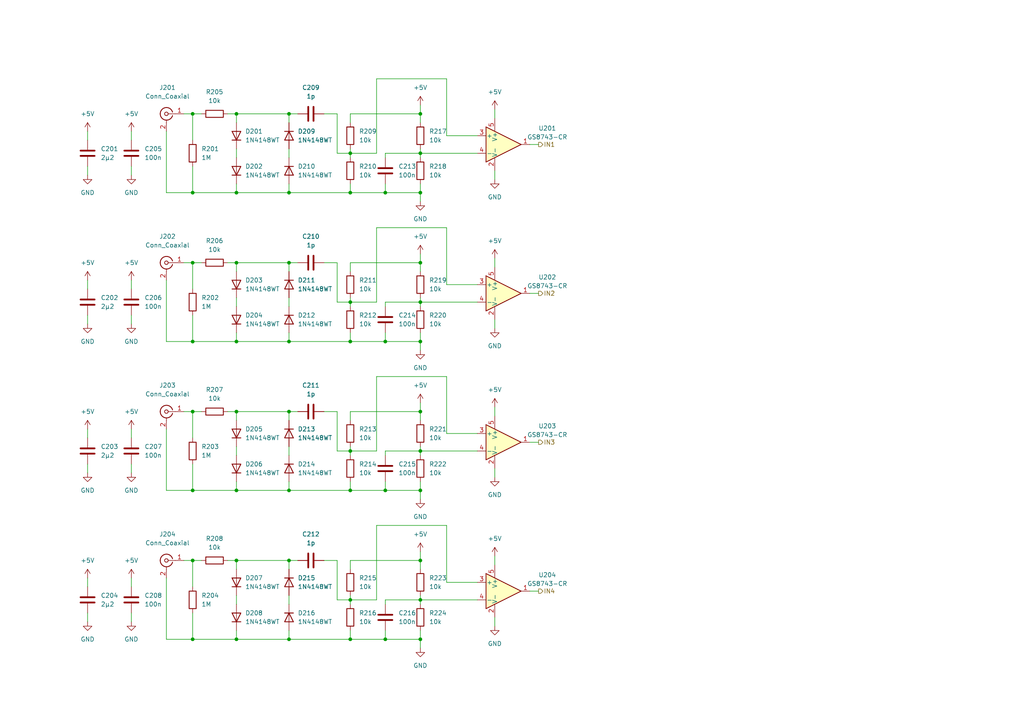
<source format=kicad_sch>
(kicad_sch (version 20211123) (generator eeschema)
  (paper "A4")
  (title_block (title "Cyclone V based Latencybox") (rev "v0.1") (company "Benedikt Spranger") (comment 1 "SPDX-License-Identifier: CERN-OHL-S-2.0") (comment 2 "https://ohwr.org/cern_ohl_s_v2.txt") (comment 3 "To view a copy of this license, visit") (comment 4 "This work is licensed under the CERN-OHL-S v2"))
  (junction (at 121.92 119.38))
  (junction (at 101.6 44.45))
  (junction (at 68.58 185.42))
  (junction (at 101.6 142.24))
  (junction (at 83.82 55.88))
  (junction (at 55.88 119.38))
  (junction (at 121.92 87.63))
  (junction (at 83.82 119.38))
  (junction (at 68.58 55.88))
  (junction (at 101.6 130.81))
  (junction (at 111.76 142.24))
  (junction (at 101.6 87.63))
  (junction (at 68.58 119.38))
  (junction (at 101.6 55.88))
  (junction (at 68.58 142.24))
  (junction (at 83.82 142.24))
  (junction (at 55.88 99.06))
  (junction (at 83.82 76.2))
  (junction (at 101.6 99.06))
  (junction (at 121.92 162.56))
  (junction (at 111.76 185.42))
  (junction (at 111.76 55.88))
  (junction (at 121.92 44.45))
  (junction (at 121.92 76.2))
  (junction (at 121.92 33.02))
  (junction (at 101.6 173.99))
  (junction (at 55.88 142.24))
  (junction (at 55.88 33.02))
  (junction (at 68.58 33.02))
  (junction (at 121.92 185.42))
  (junction (at 68.58 76.2))
  (junction (at 121.92 55.88))
  (junction (at 121.92 173.99))
  (junction (at 68.58 99.06))
  (junction (at 55.88 76.2))
  (junction (at 68.58 162.56))
  (junction (at 111.76 99.06))
  (junction (at 83.82 33.02))
  (junction (at 55.88 162.56))
  (junction (at 55.88 55.88))
  (junction (at 83.82 185.42))
  (junction (at 121.92 99.06))
  (junction (at 55.88 185.42))
  (junction (at 101.6 185.42))
  (junction (at 83.82 99.06))
  (junction (at 83.82 162.56))
  (junction (at 121.92 142.24))
  (junction (at 121.92 130.81))
  (wire (pts (xy 101.6 44.45) (xy 109.22 44.45)))
  (wire (pts (xy 68.58 53.34) (xy 68.58 55.88)))
  (wire (pts (xy 48.26 55.88) (xy 48.26 38.1)))
  (wire (pts (xy 83.82 99.06) (xy 101.6 99.06)))
  (wire (pts (xy 68.58 33.02) (xy 68.58 35.56)))
  (wire (pts (xy 25.4 134.62) (xy 25.4 137.16)))
  (wire (pts (xy 121.92 129.54) (xy 121.92 130.81)))
  (wire (pts (xy 93.98 162.56) (xy 97.79 162.56)))
  (wire (pts (xy 55.88 40.64) (xy 55.88 33.02)))
  (wire (pts (xy 66.04 119.38) (xy 68.58 119.38)))
  (wire (pts (xy 83.82 99.06) (xy 83.82 96.52)))
  (wire (pts (xy 68.58 129.54) (xy 68.58 132.08)))
  (wire (pts (xy 109.22 152.4) (xy 129.54 152.4)))
  (wire (pts (xy 143.51 118.11) (xy 143.51 120.65)))
  (wire (pts (xy 66.04 76.2) (xy 68.58 76.2)))
  (wire (pts (xy 55.88 142.24) (xy 55.88 134.62)))
  (wire (pts (xy 153.67 85.09) (xy 156.21 85.09)))
  (wire (pts (xy 83.82 185.42) (xy 101.6 185.42)))
  (wire (pts (xy 121.92 99.06) (xy 121.92 96.52)))
  (wire (pts (xy 109.22 87.63) (xy 109.22 66.04)))
  (wire (pts (xy 109.22 130.81) (xy 109.22 109.22)))
  (wire (pts (xy 121.92 44.45) (xy 138.43 44.45)))
  (wire (pts (xy 121.92 173.99) (xy 121.92 175.26)))
  (wire (pts (xy 55.88 119.38) (xy 58.42 119.38)))
  (wire (pts (xy 68.58 142.24) (xy 55.88 142.24)))
  (wire (pts (xy 55.88 185.42) (xy 48.26 185.42)))
  (wire (pts (xy 121.92 43.18) (xy 121.92 44.45)))
  (wire (pts (xy 129.54 152.4) (xy 129.54 168.91)))
  (wire (pts (xy 101.6 33.02) (xy 121.92 33.02)))
  (wire (pts (xy 101.6 142.24) (xy 111.76 142.24)))
  (wire (pts (xy 129.54 39.37) (xy 138.43 39.37)))
  (wire (pts (xy 121.92 30.48) (xy 121.92 33.02)))
  (wire (pts (xy 111.76 53.34) (xy 111.76 55.88)))
  (wire (pts (xy 83.82 55.88) (xy 101.6 55.88)))
  (wire (pts (xy 38.1 91.44) (xy 38.1 93.98)))
  (wire (pts (xy 68.58 99.06) (xy 83.82 99.06)))
  (wire (pts (xy 53.34 76.2) (xy 55.88 76.2)))
  (wire (pts (xy 129.54 66.04) (xy 129.54 82.55)))
  (wire (pts (xy 121.92 130.81) (xy 121.92 132.08)))
  (wire (pts (xy 101.6 173.99) (xy 101.6 175.26)))
  (wire (pts (xy 68.58 55.88) (xy 83.82 55.88)))
  (wire (pts (xy 101.6 55.88) (xy 111.76 55.88)))
  (wire (pts (xy 68.58 76.2) (xy 68.58 78.74)))
  (wire (pts (xy 121.92 185.42) (xy 121.92 187.96)))
  (wire (pts (xy 129.54 82.55) (xy 138.43 82.55)))
  (wire (pts (xy 143.51 74.93) (xy 143.51 77.47)))
  (wire (pts (xy 101.6 121.92) (xy 101.6 119.38)))
  (wire (pts (xy 121.92 76.2) (xy 121.92 78.74)))
  (wire (pts (xy 38.1 167.64) (xy 38.1 170.18)))
  (wire (pts (xy 101.6 87.63) (xy 101.6 86.36)))
  (wire (pts (xy 25.4 81.28) (xy 25.4 83.82)))
  (wire (pts (xy 68.58 172.72) (xy 68.58 175.26)))
  (wire (pts (xy 109.22 22.86) (xy 129.54 22.86)))
  (wire (pts (xy 143.51 135.89) (xy 143.51 138.43)))
  (wire (pts (xy 111.76 96.52) (xy 111.76 99.06)))
  (wire (pts (xy 121.92 142.24) (xy 121.92 144.78)))
  (wire (pts (xy 93.98 76.2) (xy 97.79 76.2)))
  (wire (pts (xy 97.79 162.56) (xy 97.79 173.99)))
  (wire (pts (xy 121.92 87.63) (xy 121.92 88.9)))
  (wire (pts (xy 83.82 119.38) (xy 83.82 121.92)))
  (wire (pts (xy 153.67 171.45) (xy 156.21 171.45)))
  (wire (pts (xy 121.92 86.36) (xy 121.92 87.63)))
  (wire (pts (xy 68.58 162.56) (xy 68.58 165.1)))
  (wire (pts (xy 55.88 99.06) (xy 55.88 91.44)))
  (wire (pts (xy 97.79 173.99) (xy 101.6 173.99)))
  (wire (pts (xy 68.58 142.24) (xy 83.82 142.24)))
  (wire (pts (xy 111.76 99.06) (xy 121.92 99.06)))
  (wire (pts (xy 68.58 96.52) (xy 68.58 99.06)))
  (wire (pts (xy 68.58 86.36) (xy 68.58 88.9)))
  (wire (pts (xy 121.92 99.06) (xy 121.92 101.6)))
  (wire (pts (xy 101.6 87.63) (xy 101.6 88.9)))
  (wire (pts (xy 101.6 182.88) (xy 101.6 185.42)))
  (wire (pts (xy 25.4 177.8) (xy 25.4 180.34)))
  (wire (pts (xy 68.58 119.38) (xy 68.58 121.92)))
  (wire (pts (xy 55.88 185.42) (xy 55.88 177.8)))
  (wire (pts (xy 83.82 76.2) (xy 86.36 76.2)))
  (wire (pts (xy 68.58 139.7) (xy 68.58 142.24)))
  (wire (pts (xy 109.22 109.22) (xy 129.54 109.22)))
  (wire (pts (xy 101.6 130.81) (xy 101.6 132.08)))
  (wire (pts (xy 121.92 162.56) (xy 121.92 165.1)))
  (wire (pts (xy 101.6 76.2) (xy 121.92 76.2)))
  (wire (pts (xy 111.76 44.45) (xy 111.76 45.72)))
  (wire (pts (xy 55.88 162.56) (xy 58.42 162.56)))
  (wire (pts (xy 83.82 142.24) (xy 101.6 142.24)))
  (wire (pts (xy 55.88 76.2) (xy 58.42 76.2)))
  (wire (pts (xy 111.76 139.7) (xy 111.76 142.24)))
  (wire (pts (xy 101.6 130.81) (xy 101.6 129.54)))
  (wire (pts (xy 109.22 44.45) (xy 109.22 22.86)))
  (wire (pts (xy 143.51 179.07) (xy 143.51 181.61)))
  (wire (pts (xy 111.76 173.99) (xy 121.92 173.99)))
  (wire (pts (xy 55.88 55.88) (xy 55.88 48.26)))
  (wire (pts (xy 101.6 44.45) (xy 101.6 43.18)))
  (wire (pts (xy 38.1 48.26) (xy 38.1 50.8)))
  (wire (pts (xy 143.51 49.53) (xy 143.51 52.07)))
  (wire (pts (xy 68.58 162.56) (xy 83.82 162.56)))
  (wire (pts (xy 48.26 99.06) (xy 48.26 81.28)))
  (wire (pts (xy 93.98 33.02) (xy 97.79 33.02)))
  (wire (pts (xy 83.82 76.2) (xy 83.82 78.74)))
  (wire (pts (xy 53.34 119.38) (xy 55.88 119.38)))
  (wire (pts (xy 121.92 73.66) (xy 121.92 76.2)))
  (wire (pts (xy 83.82 185.42) (xy 83.82 182.88)))
  (wire (pts (xy 55.88 127) (xy 55.88 119.38)))
  (wire (pts (xy 121.92 172.72) (xy 121.92 173.99)))
  (wire (pts (xy 121.92 87.63) (xy 138.43 87.63)))
  (wire (pts (xy 121.92 55.88) (xy 121.92 53.34)))
  (wire (pts (xy 129.54 109.22) (xy 129.54 125.73)))
  (wire (pts (xy 121.92 185.42) (xy 121.92 182.88)))
  (wire (pts (xy 55.88 33.02) (xy 58.42 33.02)))
  (wire (pts (xy 101.6 35.56) (xy 101.6 33.02)))
  (wire (pts (xy 97.79 76.2) (xy 97.79 87.63)))
  (wire (pts (xy 83.82 119.38) (xy 86.36 119.38)))
  (wire (pts (xy 66.04 162.56) (xy 68.58 162.56)))
  (wire (pts (xy 101.6 99.06) (xy 111.76 99.06)))
  (wire (pts (xy 101.6 119.38) (xy 121.92 119.38)))
  (wire (pts (xy 129.54 168.91) (xy 138.43 168.91)))
  (wire (pts (xy 48.26 142.24) (xy 48.26 124.46)))
  (wire (pts (xy 38.1 134.62) (xy 38.1 137.16)))
  (wire (pts (xy 121.92 116.84) (xy 121.92 119.38)))
  (wire (pts (xy 101.6 139.7) (xy 101.6 142.24)))
  (wire (pts (xy 101.6 87.63) (xy 109.22 87.63)))
  (wire (pts (xy 143.51 92.71) (xy 143.51 95.25)))
  (wire (pts (xy 83.82 43.18) (xy 83.82 45.72)))
  (wire (pts (xy 111.76 182.88) (xy 111.76 185.42)))
  (wire (pts (xy 129.54 22.86) (xy 129.54 39.37)))
  (wire (pts (xy 153.67 41.91) (xy 156.21 41.91)))
  (wire (pts (xy 38.1 38.1) (xy 38.1 40.64)))
  (wire (pts (xy 68.58 119.38) (xy 83.82 119.38)))
  (wire (pts (xy 97.79 119.38) (xy 97.79 130.81)))
  (wire (pts (xy 83.82 129.54) (xy 83.82 132.08)))
  (wire (pts (xy 121.92 55.88) (xy 121.92 58.42)))
  (wire (pts (xy 83.82 86.36) (xy 83.82 88.9)))
  (wire (pts (xy 121.92 160.02) (xy 121.92 162.56)))
  (wire (pts (xy 101.6 173.99) (xy 109.22 173.99)))
  (wire (pts (xy 111.76 185.42) (xy 121.92 185.42)))
  (wire (pts (xy 66.04 33.02) (xy 68.58 33.02)))
  (wire (pts (xy 55.88 83.82) (xy 55.88 76.2)))
  (wire (pts (xy 97.79 33.02) (xy 97.79 44.45)))
  (wire (pts (xy 111.76 87.63) (xy 121.92 87.63)))
  (wire (pts (xy 111.76 55.88) (xy 121.92 55.88)))
  (wire (pts (xy 111.76 173.99) (xy 111.76 175.26)))
  (wire (pts (xy 53.34 33.02) (xy 55.88 33.02)))
  (wire (pts (xy 83.82 162.56) (xy 83.82 165.1)))
  (wire (pts (xy 121.92 44.45) (xy 121.92 45.72)))
  (wire (pts (xy 55.88 142.24) (xy 48.26 142.24)))
  (wire (pts (xy 25.4 124.46) (xy 25.4 127)))
  (wire (pts (xy 48.26 185.42) (xy 48.26 167.64)))
  (wire (pts (xy 111.76 130.81) (xy 121.92 130.81)))
  (wire (pts (xy 129.54 125.73) (xy 138.43 125.73)))
  (wire (pts (xy 101.6 185.42) (xy 111.76 185.42)))
  (wire (pts (xy 25.4 38.1) (xy 25.4 40.64)))
  (wire (pts (xy 25.4 167.64) (xy 25.4 170.18)))
  (wire (pts (xy 25.4 91.44) (xy 25.4 93.98)))
  (wire (pts (xy 55.88 99.06) (xy 48.26 99.06)))
  (wire (pts (xy 121.92 119.38) (xy 121.92 121.92)))
  (wire (pts (xy 25.4 48.26) (xy 25.4 50.8)))
  (wire (pts (xy 38.1 81.28) (xy 38.1 83.82)))
  (wire (pts (xy 121.92 33.02) (xy 121.92 35.56)))
  (wire (pts (xy 111.76 44.45) (xy 121.92 44.45)))
  (wire (pts (xy 83.82 33.02) (xy 86.36 33.02)))
  (wire (pts (xy 111.76 130.81) (xy 111.76 132.08)))
  (wire (pts (xy 153.67 128.27) (xy 156.21 128.27)))
  (wire (pts (xy 38.1 124.46) (xy 38.1 127)))
  (wire (pts (xy 111.76 142.24) (xy 121.92 142.24)))
  (wire (pts (xy 101.6 173.99) (xy 101.6 172.72)))
  (wire (pts (xy 68.58 76.2) (xy 83.82 76.2)))
  (wire (pts (xy 97.79 87.63) (xy 101.6 87.63)))
  (wire (pts (xy 101.6 44.45) (xy 101.6 45.72)))
  (wire (pts (xy 83.82 33.02) (xy 83.82 35.56)))
  (wire (pts (xy 101.6 53.34) (xy 101.6 55.88)))
  (wire (pts (xy 68.58 55.88) (xy 55.88 55.88)))
  (wire (pts (xy 38.1 177.8) (xy 38.1 180.34)))
  (wire (pts (xy 143.51 161.29) (xy 143.51 163.83)))
  (wire (pts (xy 101.6 165.1) (xy 101.6 162.56)))
  (wire (pts (xy 83.82 142.24) (xy 83.82 139.7)))
  (wire (pts (xy 109.22 66.04) (xy 129.54 66.04)))
  (wire (pts (xy 97.79 130.81) (xy 101.6 130.81)))
  (wire (pts (xy 68.58 182.88) (xy 68.58 185.42)))
  (wire (pts (xy 83.82 172.72) (xy 83.82 175.26)))
  (wire (pts (xy 121.92 142.24) (xy 121.92 139.7)))
  (wire (pts (xy 55.88 55.88) (xy 48.26 55.88)))
  (wire (pts (xy 68.58 99.06) (xy 55.88 99.06)))
  (wire (pts (xy 68.58 43.18) (xy 68.58 45.72)))
  (wire (pts (xy 121.92 130.81) (xy 138.43 130.81)))
  (wire (pts (xy 101.6 78.74) (xy 101.6 76.2)))
  (wire (pts (xy 101.6 130.81) (xy 109.22 130.81)))
  (wire (pts (xy 68.58 33.02) (xy 83.82 33.02)))
  (wire (pts (xy 143.51 31.75) (xy 143.51 34.29)))
  (wire (pts (xy 101.6 96.52) (xy 101.6 99.06)))
  (wire (pts (xy 111.76 87.63) (xy 111.76 88.9)))
  (wire (pts (xy 68.58 185.42) (xy 55.88 185.42)))
  (wire (pts (xy 83.82 55.88) (xy 83.82 53.34)))
  (wire (pts (xy 97.79 44.45) (xy 101.6 44.45)))
  (wire (pts (xy 83.82 162.56) (xy 86.36 162.56)))
  (wire (pts (xy 93.98 119.38) (xy 97.79 119.38)))
  (wire (pts (xy 68.58 185.42) (xy 83.82 185.42)))
  (wire (pts (xy 53.34 162.56) (xy 55.88 162.56)))
  (wire (pts (xy 121.92 173.99) (xy 138.43 173.99)))
  (wire (pts (xy 109.22 173.99) (xy 109.22 152.4)))
  (wire (pts (xy 55.88 170.18) (xy 55.88 162.56)))
  (wire (pts (xy 101.6 162.56) (xy 121.92 162.56)))
  (hierarchical_label "IN3" (shape output) (at 156.21 128.27 0))
  (hierarchical_label "IN4" (shape output) (at 156.21 171.45 0))
  (hierarchical_label "IN2" (shape output) (at 156.21 85.09 0))
  (hierarchical_label "IN1" (shape output) (at 156.21 41.91 0))
  (symbol (lib_id "power:GND") (at 143.51 138.43 0) (unit 1)
    (property "Reference" "#PWR0230" (effects hide))
    (property "Value" "GND" (at 143.51 143.51 0))
  )
  (symbol (lib_id "Diode:1N4148WT") (at 83.82 168.91 270) (unit 1)
    (property "Reference" "D215" (at 86.36 167.6399 90) (effects (justify left)))
    (property "Value" "1N4148WT" (at 86.36 170.1799 90) (effects (justify left)))
    (property "Footprint" "Diode_SMD:D_SOD-523" (effects hide))
    (property "Datasheet" "https://www.diodes.com/assets/Datasheets/ds30396.pdf" (effects hide))
    (property "assemble" "y" (effects hide))
    (property "Description" "	100V 150mW +150℃@(Tj) Single 1.25V@150mA 4ns 1μA@75V 150mA SOD-523 Switching Diode ROHS" (effects hide))
    (property "DistribPart#" "C2909971" (effects hide))
    (property "Distributor" "LCSC" (effects hide))
    (property "LCSC" "C2909971" (effects hide))
    (property "ManuPart#" "1N4148WT" (effects hide))
    (property "Manufacture" "YONGYUTAI" (effects hide))
  )
  (symbol (lib_id "Diode:1N4148WT") (at 83.82 125.73 270) (unit 1)
    (property "Reference" "D213" (at 86.36 124.4599 90) (effects (justify left)))
    (property "Value" "1N4148WT" (at 86.36 126.9999 90) (effects (justify left)))
    (property "Footprint" "Diode_SMD:D_SOD-523" (effects hide))
    (property "Datasheet" "https://www.diodes.com/assets/Datasheets/ds30396.pdf" (effects hide))
    (property "assemble" "y" (effects hide))
    (property "Description" "	100V 150mW +150℃@(Tj) Single 1.25V@150mA 4ns 1μA@75V 150mA SOD-523 Switching Diode ROHS" (effects hide))
    (property "DistribPart#" "C2909971" (effects hide))
    (property "Distributor" "LCSC" (effects hide))
    (property "LCSC" "C2909971" (effects hide))
    (property "ManuPart#" "1N4148WT" (effects hide))
    (property "Manufacture" "YONGYUTAI" (effects hide))
  )
  (symbol (lib_id "Connector:Conn_Coaxial") (at 48.26 76.2 0) (mirror y) (unit 1)
    (property "Reference" "J202" (at 48.5774 68.58 0))
    (property "Value" "Conn_Coaxial" (at 48.5774 71.12 0))
    (property "Footprint" "Connector_Coaxial:BNC_TEConnectivity_1478204_Vertical" (effects hide))
    (property "Datasheet" "https://www.te.com/commerce/DocumentDelivery/DDEController?Action=srchrtrv&DocNm=1634503&DocType=Customer+Drawing&DocLang=English" (effects hide))
    (property "assemble" "n" (effects hide))
    (property "Description" "CONN BNC JACK STR 50 OHM PCB" (effects hide))
    (property "DistribPart#" "A97581-ND" (effects hide))
    (property "Distributor" "Digikey" (effects hide))
    (property "ManuPart#" "5-1634503-1" (effects hide))
    (property "Manufacture" "TE Connectivity AMP Connectors" (effects hide))
  )
  (symbol (lib_id "Device:R") (at 101.6 39.37 180) (unit 1)
    (property "Reference" "R209" (at 104.14 38.0999 0) (effects (justify right)))
    (property "Value" "10k" (at 104.14 40.6399 0) (effects (justify right)))
    (property "Footprint" "Resistor_SMD:R_0402_1005Metric" (effects hide))
    (property "assemble" "y" (effects hide))
    (property "Description" "±1% 62.5mW Thick Film Resistors 50V ±100ppm/℃ -55℃~+155℃ 10kΩ 0402 Chip Resistor - Surface Mount ROHS" (effects hide))
    (property "DistribPart#" "C138033" (effects hide))
    (property "Distributor" "LCSC" (effects hide))
    (property "LCSC" "C138033" (effects hide))
    (property "ManuPart#" "RC0402FR-0710KL" (effects hide))
    (property "Manufacture" "YAGEO" (effects hide))
  )
  (symbol (lib_id "Diode:1N4148WT") (at 68.58 92.71 90) (unit 1)
    (property "Reference" "D204" (at 71.12 91.4399 90) (effects (justify right)))
    (property "Value" "1N4148WT" (at 71.12 93.9799 90) (effects (justify right)))
    (property "Footprint" "Diode_SMD:D_SOD-523" (effects hide))
    (property "Datasheet" "https://www.diodes.com/assets/Datasheets/ds30396.pdf" (effects hide))
    (property "assemble" "y" (effects hide))
    (property "Description" "	100V 150mW +150℃@(Tj) Single 1.25V@150mA 4ns 1μA@75V 150mA SOD-523 Switching Diode ROHS" (effects hide))
    (property "DistribPart#" "C2909971" (effects hide))
    (property "Distributor" "LCSC" (effects hide))
    (property "LCSC" "C2909971" (effects hide))
    (property "ManuPart#" "1N4148WT" (effects hide))
    (property "Manufacture" "YONGYUTAI" (effects hide))
  )
  (symbol (lib_id "Device:C") (at 38.1 87.63 180) (unit 1)
    (property "Reference" "C206" (at 41.91 86.3599 0) (effects (justify right)))
    (property "Value" "100n" (at 41.91 88.8999 0) (effects (justify right)))
    (property "Footprint" "Capacitor_SMD:C_0402_1005Metric" (effects hide))
    (property "assemble" "y" (effects hide))
    (property "Description" "50V 100nF Y5V ±20% 0402 Multilayer Ceramic Capacitors MLCC - SMD/SMT ROHS" (effects hide))
    (property "DistribPart#" "C1581" (effects hide))
    (property "Distributor" "LCSC" (effects hide))
    (property "LCSC" "C1581" (effects hide))
    (property "ManuPart#" "0402F104M500NT" (effects hide))
    (property "Manufacture" "FH(Guangdong Fenghua Advanced Tech)" (effects hide))
  )
  (symbol (lib_id "Device:C") (at 25.4 173.99 180) (unit 1)
    (property "Reference" "C204" (at 29.21 172.7199 0) (effects (justify right)))
    (property "Value" "2µ2" (at 29.21 175.2599 0) (effects (justify right)))
    (property "Footprint" "Capacitor_SMD:C_0402_1005Metric" (effects hide))
    (property "assemble" "y" (effects hide))
    (property "Description" "35V 2.2uF X5R ±10% 0402 Multilayer Ceramic Capacitors MLCC - SMD/SMT ROHS" (effects hide))
    (property "DistribPart#" "C342966" (effects hide))
    (property "Distributor" "LCSC" (effects hide))
    (property "LCSC" "C342966" (effects hide))
    (property "ManuPart#" "C1005X5R1V225KT000E" (effects hide))
    (property "Manufacture" "TDK" (effects hide))
  )
  (symbol (lib_id "power:+5V") (at 38.1 81.28 0) (unit 1)
    (property "Reference" "#PWR0211" (effects hide))
    (property "Value" "+5V" (at 38.1 76.2 0))
  )
  (symbol (lib_id "Diode:1N4148WT") (at 83.82 39.37 270) (unit 1)
    (property "Reference" "D209" (at 86.36 38.0999 90) (effects (justify left)))
    (property "Value" "1N4148WT" (at 86.36 40.6399 90) (effects (justify left)))
    (property "Footprint" "Diode_SMD:D_SOD-523" (effects hide))
    (property "Datasheet" "https://www.diodes.com/assets/Datasheets/ds30396.pdf" (effects hide))
    (property "assemble" "y" (effects hide))
    (property "Description" "	100V 150mW +150℃@(Tj) Single 1.25V@150mA 4ns 1μA@75V 150mA SOD-523 Switching Diode ROHS" (effects hide))
    (property "DistribPart#" "C2909971" (effects hide))
    (property "Distributor" "LCSC" (effects hide))
    (property "LCSC" "C2909971" (effects hide))
    (property "ManuPart#" "1N4148WT" (effects hide))
    (property "Manufacture" "YONGYUTAI" (effects hide))
  )
  (symbol (lib_id "Device:C") (at 90.17 76.2 90) (unit 1)
    (property "Reference" "C210" (at 90.17 68.58 90))
    (property "Value" "1p" (at 90.17 71.12 90))
    (property "Footprint" "Capacitor_SMD:C_0402_1005Metric" (effects hide))
    (property "assemble" "y" (effects hide))
    (property "Description" "50V 1pF C0G ±0.25pF 0402 Multilayer Ceramic Capacitors MLCC - SMD/SMT ROHS" (effects hide))
    (property "DistribPart#" "C1550" (effects hide))
    (property "Distributor" "LCSC" (effects hide))
    (property "LCSC" "C1550" (effects hide))
    (property "ManuPart#" "0402CG1R0C500NT" (effects hide))
    (property "Manufacture" "FH(Guangdong Fenghua Advanced Tech)" (effects hide))
  )
  (symbol (lib_id "power:GND") (at 25.4 93.98 0) (unit 1)
    (property "Reference" "#PWR0204" (effects hide))
    (property "Value" "GND" (at 25.4 99.06 0))
  )
  (symbol (lib_id "power:GND") (at 143.51 181.61 0) (unit 1)
    (property "Reference" "#PWR0232" (effects hide))
    (property "Value" "GND" (at 143.51 186.69 0))
  )
  (symbol (lib_id "power:GND") (at 121.92 144.78 0) (unit 1)
    (property "Reference" "#PWR0222" (effects hide))
    (property "Value" "GND" (at 121.92 149.86 0))
  )
  (symbol (lib_id "Diode:1N4148WT") (at 68.58 135.89 90) (unit 1)
    (property "Reference" "D206" (at 71.12 134.6199 90) (effects (justify right)))
    (property "Value" "1N4148WT" (at 71.12 137.1599 90) (effects (justify right)))
    (property "Footprint" "Diode_SMD:D_SOD-523" (effects hide))
    (property "Datasheet" "https://www.diodes.com/assets/Datasheets/ds30396.pdf" (effects hide))
    (property "assemble" "y" (effects hide))
    (property "Description" "	100V 150mW +150℃@(Tj) Single 1.25V@150mA 4ns 1μA@75V 150mA SOD-523 Switching Diode ROHS" (effects hide))
    (property "DistribPart#" "C2909971" (effects hide))
    (property "Distributor" "LCSC" (effects hide))
    (property "LCSC" "C2909971" (effects hide))
    (property "ManuPart#" "1N4148WT" (effects hide))
    (property "Manufacture" "YONGYUTAI" (effects hide))
  )
  (symbol (lib_id "Device:R") (at 101.6 92.71 180) (unit 1)
    (property "Reference" "R212" (at 104.14 91.4399 0) (effects (justify right)))
    (property "Value" "10k" (at 104.14 93.9799 0) (effects (justify right)))
    (property "Footprint" "Resistor_SMD:R_0402_1005Metric" (effects hide))
    (property "assemble" "y" (effects hide))
    (property "Description" "±1% 62.5mW Thick Film Resistors 50V ±100ppm/℃ -55℃~+155℃ 10kΩ 0402 Chip Resistor - Surface Mount ROHS" (effects hide))
    (property "DistribPart#" "C138033" (effects hide))
    (property "Distributor" "LCSC" (effects hide))
    (property "LCSC" "C138033" (effects hide))
    (property "ManuPart#" "RC0402FR-0710KL" (effects hide))
    (property "Manufacture" "YAGEO" (effects hide))
  )
  (symbol (lib_id "Device:R") (at 55.88 130.81 0) (unit 1)
    (property "Reference" "R203" (at 58.42 129.5399 0) (effects (justify left)))
    (property "Value" "1M" (at 58.42 132.0799 0) (effects (justify left)))
    (property "Footprint" "Resistor_SMD:R_0402_1005Metric" (effects hide))
    (property "assemble" "y" (effects hide))
    (property "Description" "±1% 1/16W Thick Film Resistors 50V ±100ppm/℃ -55℃~+155℃ 1MΩ 0402 Chip Resistor - Surface Mount ROHS" (effects hide))
    (property "DistribPart#" "C26083" (effects hide))
    (property "Distributor" "LCSC" (effects hide))
    (property "LCSC" "C26083" (effects hide))
    (property "ManuPart#" "RC0402FR-071ML" (effects hide))
    (property "Manufacture" "YAGEO" (effects hide))
  )
  (symbol (lib_id "Device:R") (at 55.88 44.45 0) (unit 1)
    (property "Reference" "R201" (at 58.42 43.1799 0) (effects (justify left)))
    (property "Value" "1M" (at 58.42 45.7199 0) (effects (justify left)))
    (property "Footprint" "Resistor_SMD:R_0402_1005Metric" (effects hide))
    (property "assemble" "y" (effects hide))
    (property "Description" "±1% 1/16W Thick Film Resistors 50V ±100ppm/℃ -55℃~+155℃ 1MΩ 0402 Chip Resistor - Surface Mount ROHS" (effects hide))
    (property "DistribPart#" "C26083" (effects hide))
    (property "Distributor" "LCSC" (effects hide))
    (property "LCSC" "C26083" (effects hide))
    (property "ManuPart#" "RC0402FR-071ML" (effects hide))
    (property "Manufacture" "YAGEO" (effects hide))
  )
  (symbol (lib_id "Device:C") (at 25.4 130.81 180) (unit 1)
    (property "Reference" "C203" (at 29.21 129.5399 0) (effects (justify right)))
    (property "Value" "2µ2" (at 29.21 132.0799 0) (effects (justify right)))
    (property "Footprint" "Capacitor_SMD:C_0402_1005Metric" (effects hide))
    (property "assemble" "y" (effects hide))
    (property "Description" "35V 2.2uF X5R ±10% 0402 Multilayer Ceramic Capacitors MLCC - SMD/SMT ROHS" (effects hide))
    (property "DistribPart#" "C342966" (effects hide))
    (property "Distributor" "LCSC" (effects hide))
    (property "LCSC" "C342966" (effects hide))
    (property "ManuPart#" "C1005X5R1V225KT000E" (effects hide))
    (property "Manufacture" "TDK" (effects hide))
  )
  (symbol (lib_id "Device:R") (at 62.23 119.38 90) (unit 1)
    (property "Reference" "R207" (at 62.23 113.03 90))
    (property "Value" "10k" (at 62.23 115.57 90))
    (property "Footprint" "Resistor_SMD:R_0402_1005Metric" (effects hide))
    (property "assemble" "y" (effects hide))
    (property "Description" "±1% 62.5mW Thick Film Resistors 50V ±100ppm/℃ -55℃~+155℃ 10kΩ 0402 Chip Resistor - Surface Mount ROHS" (effects hide))
    (property "DistribPart#" "C138033" (effects hide))
    (property "Distributor" "LCSC" (effects hide))
    (property "LCSC" "C138033" (effects hide))
    (property "ManuPart#" "RC0402FR-0710KL" (effects hide))
    (property "Manufacture" "YAGEO" (effects hide))
  )
  (symbol (lib_id "Device:R") (at 121.92 92.71 180) (unit 1)
    (property "Reference" "R220" (at 124.46 91.4399 0) (effects (justify right)))
    (property "Value" "10k" (at 124.46 93.9799 0) (effects (justify right)))
    (property "Footprint" "Resistor_SMD:R_0402_1005Metric" (effects hide))
    (property "assemble" "y" (effects hide))
    (property "Description" "±1% 62.5mW Thick Film Resistors 50V ±100ppm/℃ -55℃~+155℃ 10kΩ 0402 Chip Resistor - Surface Mount ROHS" (effects hide))
    (property "DistribPart#" "C138033" (effects hide))
    (property "Distributor" "LCSC" (effects hide))
    (property "LCSC" "C138033" (effects hide))
    (property "ManuPart#" "RC0402FR-0710KL" (effects hide))
    (property "Manufacture" "YAGEO" (effects hide))
  )
  (symbol (lib_id "Diode:1N4148WT") (at 68.58 168.91 90) (unit 1)
    (property "Reference" "D207" (at 71.12 167.6399 90) (effects (justify right)))
    (property "Value" "1N4148WT" (at 71.12 170.1799 90) (effects (justify right)))
    (property "Footprint" "Diode_SMD:D_SOD-523" (effects hide))
    (property "Datasheet" "https://www.diodes.com/assets/Datasheets/ds30396.pdf" (effects hide))
    (property "assemble" "y" (effects hide))
    (property "Description" "	100V 150mW +150℃@(Tj) Single 1.25V@150mA 4ns 1μA@75V 150mA SOD-523 Switching Diode ROHS" (effects hide))
    (property "DistribPart#" "C2909971" (effects hide))
    (property "Distributor" "LCSC" (effects hide))
    (property "LCSC" "C2909971" (effects hide))
    (property "ManuPart#" "1N4148WT" (effects hide))
    (property "Manufacture" "YONGYUTAI" (effects hide))
  )
  (symbol (lib_id "Device:R") (at 121.92 125.73 180) (unit 1)
    (property "Reference" "R221" (at 124.46 124.4599 0) (effects (justify right)))
    (property "Value" "10k" (at 124.46 126.9999 0) (effects (justify right)))
    (property "Footprint" "Resistor_SMD:R_0402_1005Metric" (effects hide))
    (property "assemble" "y" (effects hide))
    (property "Description" "±1% 62.5mW Thick Film Resistors 50V ±100ppm/℃ -55℃~+155℃ 10kΩ 0402 Chip Resistor - Surface Mount ROHS" (effects hide))
    (property "DistribPart#" "C138033" (effects hide))
    (property "Distributor" "LCSC" (effects hide))
    (property "LCSC" "C138033" (effects hide))
    (property "ManuPart#" "RC0402FR-0710KL" (effects hide))
    (property "Manufacture" "YAGEO" (effects hide))
  )
  (symbol (lib_id "Device:R") (at 121.92 82.55 180) (unit 1)
    (property "Reference" "R219" (at 124.46 81.2799 0) (effects (justify right)))
    (property "Value" "10k" (at 124.46 83.8199 0) (effects (justify right)))
    (property "Footprint" "Resistor_SMD:R_0402_1005Metric" (effects hide))
    (property "assemble" "y" (effects hide))
    (property "Description" "±1% 62.5mW Thick Film Resistors 50V ±100ppm/℃ -55℃~+155℃ 10kΩ 0402 Chip Resistor - Surface Mount ROHS" (effects hide))
    (property "DistribPart#" "C138033" (effects hide))
    (property "Distributor" "LCSC" (effects hide))
    (property "LCSC" "C138033" (effects hide))
    (property "ManuPart#" "RC0402FR-0710KL" (effects hide))
    (property "Manufacture" "YAGEO" (effects hide))
  )
  (symbol (lib_id "Diode:1N4148WT") (at 68.58 82.55 90) (unit 1)
    (property "Reference" "D203" (at 71.12 81.2799 90) (effects (justify right)))
    (property "Value" "1N4148WT" (at 71.12 83.8199 90) (effects (justify right)))
    (property "Footprint" "Diode_SMD:D_SOD-523" (effects hide))
    (property "Datasheet" "https://www.diodes.com/assets/Datasheets/ds30396.pdf" (effects hide))
    (property "assemble" "y" (effects hide))
    (property "Description" "	100V 150mW +150℃@(Tj) Single 1.25V@150mA 4ns 1μA@75V 150mA SOD-523 Switching Diode ROHS" (effects hide))
    (property "DistribPart#" "C2909971" (effects hide))
    (property "Distributor" "LCSC" (effects hide))
    (property "LCSC" "C2909971" (effects hide))
    (property "ManuPart#" "1N4148WT" (effects hide))
    (property "Manufacture" "YONGYUTAI" (effects hide))
  )
  (symbol (lib_id "power:GND") (at 38.1 93.98 0) (unit 1)
    (property "Reference" "#PWR0212" (effects hide))
    (property "Value" "GND" (at 38.1 99.06 0))
  )
  (symbol (lib_id "power:GND") (at 143.51 52.07 0) (unit 1)
    (property "Reference" "#PWR0226" (effects hide))
    (property "Value" "GND" (at 143.51 57.15 0))
  )
  (symbol (lib_id "Device:C") (at 90.17 119.38 90) (unit 1)
    (property "Reference" "C211" (at 90.17 111.76 90))
    (property "Value" "1p" (at 90.17 114.3 90))
    (property "Footprint" "Capacitor_SMD:C_0402_1005Metric" (effects hide))
    (property "assemble" "y" (effects hide))
    (property "Description" "50V 1pF C0G ±0.25pF 0402 Multilayer Ceramic Capacitors MLCC - SMD/SMT ROHS" (effects hide))
    (property "DistribPart#" "C1550" (effects hide))
    (property "Distributor" "LCSC" (effects hide))
    (property "LCSC" "C1550" (effects hide))
    (property "ManuPart#" "0402CG1R0C500NT" (effects hide))
    (property "Manufacture" "FH(Guangdong Fenghua Advanced Tech)" (effects hide))
  )
  (symbol (lib_id "Device:C") (at 90.17 33.02 90) (unit 1)
    (property "Reference" "C209" (at 90.17 25.4 90))
    (property "Value" "1p" (at 90.17 27.94 90))
    (property "Footprint" "Capacitor_SMD:C_0402_1005Metric" (effects hide))
    (property "assemble" "y" (effects hide))
    (property "Description" "50V 1pF C0G ±0.25pF 0402 Multilayer Ceramic Capacitors MLCC - SMD/SMT ROHS" (effects hide))
    (property "DistribPart#" "C1550" (effects hide))
    (property "Distributor" "LCSC" (effects hide))
    (property "LCSC" "C1550" (effects hide))
    (property "ManuPart#" "0402CG1R0C500NT" (effects hide))
    (property "Manufacture" "FH(Guangdong Fenghua Advanced Tech)" (effects hide))
  )
  (symbol (lib_id "Device:R") (at 55.88 87.63 0) (unit 1)
    (property "Reference" "R202" (at 58.42 86.3599 0) (effects (justify left)))
    (property "Value" "1M" (at 58.42 88.8999 0) (effects (justify left)))
    (property "Footprint" "Resistor_SMD:R_0402_1005Metric" (effects hide))
    (property "assemble" "y" (effects hide))
    (property "Description" "±1% 1/16W Thick Film Resistors 50V ±100ppm/℃ -55℃~+155℃ 1MΩ 0402 Chip Resistor - Surface Mount ROHS" (effects hide))
    (property "DistribPart#" "C26083" (effects hide))
    (property "Distributor" "LCSC" (effects hide))
    (property "LCSC" "C26083" (effects hide))
    (property "ManuPart#" "RC0402FR-071ML" (effects hide))
    (property "Manufacture" "YAGEO" (effects hide))
  )
  (symbol (lib_id "Device:C") (at 38.1 44.45 180) (unit 1)
    (property "Reference" "C205" (at 41.91 43.1799 0) (effects (justify right)))
    (property "Value" "100n" (at 41.91 45.7199 0) (effects (justify right)))
    (property "Footprint" "Capacitor_SMD:C_0402_1005Metric" (effects hide))
    (property "assemble" "y" (effects hide))
    (property "Description" "50V 100nF Y5V ±20% 0402 Multilayer Ceramic Capacitors MLCC - SMD/SMT ROHS" (effects hide))
    (property "DistribPart#" "C1581" (effects hide))
    (property "Distributor" "LCSC" (effects hide))
    (property "LCSC" "C1581" (effects hide))
    (property "ManuPart#" "0402F104M500NT" (effects hide))
    (property "Manufacture" "FH(Guangdong Fenghua Advanced Tech)" (effects hide))
  )
  (symbol (lib_id "Diode:1N4148WT") (at 68.58 49.53 90) (unit 1)
    (property "Reference" "D202" (at 71.12 48.2599 90) (effects (justify right)))
    (property "Value" "1N4148WT" (at 71.12 50.7999 90) (effects (justify right)))
    (property "Footprint" "Diode_SMD:D_SOD-523" (effects hide))
    (property "Datasheet" "https://www.diodes.com/assets/Datasheets/ds30396.pdf" (effects hide))
    (property "assemble" "y" (effects hide))
    (property "Description" "	100V 150mW +150℃@(Tj) Single 1.25V@150mA 4ns 1μA@75V 150mA SOD-523 Switching Diode ROHS" (effects hide))
    (property "DistribPart#" "C2909971" (effects hide))
    (property "Distributor" "LCSC" (effects hide))
    (property "LCSC" "C2909971" (effects hide))
    (property "ManuPart#" "1N4148WT" (effects hide))
    (property "Manufacture" "YONGYUTAI" (effects hide))
  )
  (symbol (lib_id "Device:C") (at 111.76 135.89 180) (unit 1)
    (property "Reference" "C215" (at 115.57 134.6199 0) (effects (justify right)))
    (property "Value" "100n" (at 115.57 137.1599 0) (effects (justify right)))
    (property "Footprint" "Capacitor_SMD:C_0402_1005Metric" (effects hide))
    (property "assemble" "y" (effects hide))
    (property "Description" "50V 100nF Y5V ±20% 0402 Multilayer Ceramic Capacitors MLCC - SMD/SMT ROHS" (effects hide))
    (property "DistribPart#" "C1581" (effects hide))
    (property "Distributor" "LCSC" (effects hide))
    (property "LCSC" "C1581" (effects hide))
    (property "ManuPart#" "0402F104M500NT" (effects hide))
    (property "Manufacture" "FH(Guangdong Fenghua Advanced Tech)" (effects hide))
  )
  (symbol (lib_id "Device:R") (at 101.6 49.53 180) (unit 1)
    (property "Reference" "R210" (at 104.14 48.2599 0) (effects (justify right)))
    (property "Value" "10k" (at 104.14 50.7999 0) (effects (justify right)))
    (property "Footprint" "Resistor_SMD:R_0402_1005Metric" (effects hide))
    (property "assemble" "y" (effects hide))
    (property "Description" "±1% 62.5mW Thick Film Resistors 50V ±100ppm/℃ -55℃~+155℃ 10kΩ 0402 Chip Resistor - Surface Mount ROHS" (effects hide))
    (property "DistribPart#" "C138033" (effects hide))
    (property "Distributor" "LCSC" (effects hide))
    (property "LCSC" "C138033" (effects hide))
    (property "ManuPart#" "RC0402FR-0710KL" (effects hide))
    (property "Manufacture" "YAGEO" (effects hide))
  )
  (symbol (lib_id "power:+5V") (at 121.92 73.66 0) (unit 1)
    (property "Reference" "#PWR0219" (effects hide))
    (property "Value" "+5V" (at 121.92 68.58 0))
  )
  (symbol (lib_id "Diode:1N4148WT") (at 68.58 125.73 90) (unit 1)
    (property "Reference" "D205" (at 71.12 124.4599 90) (effects (justify right)))
    (property "Value" "1N4148WT" (at 71.12 126.9999 90) (effects (justify right)))
    (property "Footprint" "Diode_SMD:D_SOD-523" (effects hide))
    (property "Datasheet" "https://www.diodes.com/assets/Datasheets/ds30396.pdf" (effects hide))
    (property "assemble" "y" (effects hide))
    (property "Description" "	100V 150mW +150℃@(Tj) Single 1.25V@150mA 4ns 1μA@75V 150mA SOD-523 Switching Diode ROHS" (effects hide))
    (property "DistribPart#" "C2909971" (effects hide))
    (property "Distributor" "LCSC" (effects hide))
    (property "LCSC" "C2909971" (effects hide))
    (property "ManuPart#" "1N4148WT" (effects hide))
    (property "Manufacture" "YONGYUTAI" (effects hide))
  )
  (symbol (lib_id "Device:C") (at 38.1 130.81 180) (unit 1)
    (property "Reference" "C207" (at 41.91 129.5399 0) (effects (justify right)))
    (property "Value" "100n" (at 41.91 132.0799 0) (effects (justify right)))
    (property "Footprint" "Capacitor_SMD:C_0402_1005Metric" (effects hide))
    (property "assemble" "y" (effects hide))
    (property "Description" "50V 100nF Y5V ±20% 0402 Multilayer Ceramic Capacitors MLCC - SMD/SMT ROHS" (effects hide))
    (property "DistribPart#" "C1581" (effects hide))
    (property "Distributor" "LCSC" (effects hide))
    (property "LCSC" "C1581" (effects hide))
    (property "ManuPart#" "0402F104M500NT" (effects hide))
    (property "Manufacture" "FH(Guangdong Fenghua Advanced Tech)" (effects hide))
  )
  (symbol (lib_id "Device:R") (at 101.6 135.89 180) (unit 1)
    (property "Reference" "R214" (at 104.14 134.6199 0) (effects (justify right)))
    (property "Value" "10k" (at 104.14 137.1599 0) (effects (justify right)))
    (property "Footprint" "Resistor_SMD:R_0402_1005Metric" (effects hide))
    (property "assemble" "y" (effects hide))
    (property "Description" "±1% 62.5mW Thick Film Resistors 50V ±100ppm/℃ -55℃~+155℃ 10kΩ 0402 Chip Resistor - Surface Mount ROHS" (effects hide))
    (property "DistribPart#" "C138033" (effects hide))
    (property "Distributor" "LCSC" (effects hide))
    (property "LCSC" "C138033" (effects hide))
    (property "ManuPart#" "RC0402FR-0710KL" (effects hide))
    (property "Manufacture" "YAGEO" (effects hide))
  )
  (symbol (lib_id "power:GND") (at 38.1 137.16 0) (unit 1)
    (property "Reference" "#PWR0214" (effects hide))
    (property "Value" "GND" (at 38.1 142.24 0))
  )
  (symbol (lib_id "Device:R") (at 101.6 82.55 180) (unit 1)
    (property "Reference" "R211" (at 104.14 81.2799 0) (effects (justify right)))
    (property "Value" "10k" (at 104.14 83.8199 0) (effects (justify right)))
    (property "Footprint" "Resistor_SMD:R_0402_1005Metric" (effects hide))
    (property "assemble" "y" (effects hide))
    (property "Description" "±1% 62.5mW Thick Film Resistors 50V ±100ppm/℃ -55℃~+155℃ 10kΩ 0402 Chip Resistor - Surface Mount ROHS" (effects hide))
    (property "DistribPart#" "C138033" (effects hide))
    (property "Distributor" "LCSC" (effects hide))
    (property "LCSC" "C138033" (effects hide))
    (property "ManuPart#" "RC0402FR-0710KL" (effects hide))
    (property "Manufacture" "YAGEO" (effects hide))
  )
  (symbol (lib_id "Device:R") (at 101.6 168.91 180) (unit 1)
    (property "Reference" "R215" (at 104.14 167.6399 0) (effects (justify right)))
    (property "Value" "10k" (at 104.14 170.1799 0) (effects (justify right)))
    (property "Footprint" "Resistor_SMD:R_0402_1005Metric" (effects hide))
    (property "assemble" "y" (effects hide))
    (property "Description" "±1% 62.5mW Thick Film Resistors 50V ±100ppm/℃ -55℃~+155℃ 10kΩ 0402 Chip Resistor - Surface Mount ROHS" (effects hide))
    (property "DistribPart#" "C138033" (effects hide))
    (property "Distributor" "LCSC" (effects hide))
    (property "LCSC" "C138033" (effects hide))
    (property "ManuPart#" "RC0402FR-0710KL" (effects hide))
    (property "Manufacture" "YAGEO" (effects hide))
  )
  (symbol (lib_id "Device:C") (at 25.4 44.45 180) (unit 1)
    (property "Reference" "C201" (at 29.21 43.1799 0) (effects (justify right)))
    (property "Value" "2µ2" (at 29.21 45.7199 0) (effects (justify right)))
    (property "Footprint" "Capacitor_SMD:C_0402_1005Metric" (effects hide))
    (property "assemble" "y" (effects hide))
    (property "Description" "35V 2.2uF X5R ±10% 0402 Multilayer Ceramic Capacitors MLCC - SMD/SMT ROHS" (effects hide))
    (property "DistribPart#" "C342966" (effects hide))
    (property "Distributor" "LCSC" (effects hide))
    (property "LCSC" "C342966" (effects hide))
    (property "ManuPart#" "C1005X5R1V225KT000E" (effects hide))
    (property "Manufacture" "TDK" (effects hide))
  )
  (symbol (lib_id "Device:R") (at 121.92 168.91 180) (unit 1)
    (property "Reference" "R223" (at 124.46 167.6399 0) (effects (justify right)))
    (property "Value" "10k" (at 124.46 170.1799 0) (effects (justify right)))
    (property "Footprint" "Resistor_SMD:R_0402_1005Metric" (effects hide))
    (property "assemble" "y" (effects hide))
    (property "Description" "±1% 62.5mW Thick Film Resistors 50V ±100ppm/℃ -55℃~+155℃ 10kΩ 0402 Chip Resistor - Surface Mount ROHS" (effects hide))
    (property "DistribPart#" "C138033" (effects hide))
    (property "Distributor" "LCSC" (effects hide))
    (property "LCSC" "C138033" (effects hide))
    (property "ManuPart#" "RC0402FR-0710KL" (effects hide))
    (property "Manufacture" "YAGEO" (effects hide))
  )
  (symbol (lib_id "power:+5V") (at 143.51 31.75 0) (unit 1)
    (property "Reference" "#PWR0225" (effects hide))
    (property "Value" "+5V" (at 143.51 26.67 0))
  )
  (symbol (lib_id "Device:R") (at 55.88 173.99 0) (unit 1)
    (property "Reference" "R204" (at 58.42 172.7199 0) (effects (justify left)))
    (property "Value" "1M" (at 58.42 175.2599 0) (effects (justify left)))
    (property "Footprint" "Resistor_SMD:R_0402_1005Metric" (effects hide))
    (property "assemble" "y" (effects hide))
    (property "Description" "±1% 1/16W Thick Film Resistors 50V ±100ppm/℃ -55℃~+155℃ 1MΩ 0402 Chip Resistor - Surface Mount ROHS" (effects hide))
    (property "DistribPart#" "C26083" (effects hide))
    (property "Distributor" "LCSC" (effects hide))
    (property "LCSC" "C26083" (effects hide))
    (property "ManuPart#" "RC0402FR-071ML" (effects hide))
    (property "Manufacture" "YAGEO" (effects hide))
  )
  (symbol (lib_id "power:+5V") (at 143.51 74.93 0) (unit 1)
    (property "Reference" "#PWR0227" (effects hide))
    (property "Value" "+5V" (at 143.51 69.85 0))
  )
  (symbol (lib_id "power:+5V") (at 25.4 38.1 0) (unit 1)
    (property "Reference" "#PWR0201" (effects hide))
    (property "Value" "+5V" (at 25.4 33.02 0))
  )
  (symbol (lib_id "power:GND") (at 121.92 187.96 0) (unit 1)
    (property "Reference" "#PWR0224" (effects hide))
    (property "Value" "GND" (at 121.92 193.04 0))
  )
  (symbol (lib_id "Device:C") (at 111.76 92.71 180) (unit 1)
    (property "Reference" "C214" (at 115.57 91.4399 0) (effects (justify right)))
    (property "Value" "100n" (at 115.57 93.9799 0) (effects (justify right)))
    (property "Footprint" "Capacitor_SMD:C_0402_1005Metric" (effects hide))
    (property "assemble" "y" (effects hide))
    (property "Description" "50V 100nF Y5V ±20% 0402 Multilayer Ceramic Capacitors MLCC - SMD/SMT ROHS" (effects hide))
    (property "DistribPart#" "C1581" (effects hide))
    (property "Distributor" "LCSC" (effects hide))
    (property "LCSC" "C1581" (effects hide))
    (property "ManuPart#" "0402F104M500NT" (effects hide))
    (property "Manufacture" "FH(Guangdong Fenghua Advanced Tech)" (effects hide))
  )
  (symbol (lib_id "Device:R") (at 121.92 39.37 180) (unit 1)
    (property "Reference" "R217" (at 124.46 38.0999 0) (effects (justify right)))
    (property "Value" "10k" (at 124.46 40.6399 0) (effects (justify right)))
    (property "Footprint" "Resistor_SMD:R_0402_1005Metric" (effects hide))
    (property "assemble" "y" (effects hide))
    (property "Description" "±1% 62.5mW Thick Film Resistors 50V ±100ppm/℃ -55℃~+155℃ 10kΩ 0402 Chip Resistor - Surface Mount ROHS" (effects hide))
    (property "DistribPart#" "C138033" (effects hide))
    (property "Distributor" "LCSC" (effects hide))
    (property "LCSC" "C138033" (effects hide))
    (property "ManuPart#" "RC0402FR-0710KL" (effects hide))
    (property "Manufacture" "YAGEO" (effects hide))
  )
  (symbol (lib_id "Device:R") (at 62.23 76.2 90) (unit 1)
    (property "Reference" "R206" (at 62.23 69.85 90))
    (property "Value" "10k" (at 62.23 72.39 90))
    (property "Footprint" "Resistor_SMD:R_0402_1005Metric" (effects hide))
    (property "assemble" "y" (effects hide))
    (property "Description" "±1% 62.5mW Thick Film Resistors 50V ±100ppm/℃ -55℃~+155℃ 10kΩ 0402 Chip Resistor - Surface Mount ROHS" (effects hide))
    (property "DistribPart#" "C138033" (effects hide))
    (property "Distributor" "LCSC" (effects hide))
    (property "LCSC" "C138033" (effects hide))
    (property "ManuPart#" "RC0402FR-0710KL" (effects hide))
    (property "Manufacture" "YAGEO" (effects hide))
  )
  (symbol (lib_id "power:GND") (at 25.4 50.8 0) (unit 1)
    (property "Reference" "#PWR0202" (effects hide))
    (property "Value" "GND" (at 25.4 55.88 0))
  )
  (symbol (lib_id "Diode:1N4148WT") (at 83.82 135.89 270) (unit 1)
    (property "Reference" "D214" (at 86.36 134.6199 90) (effects (justify left)))
    (property "Value" "1N4148WT" (at 86.36 137.1599 90) (effects (justify left)))
    (property "Footprint" "Diode_SMD:D_SOD-523" (effects hide))
    (property "Datasheet" "https://www.diodes.com/assets/Datasheets/ds30396.pdf" (effects hide))
    (property "assemble" "y" (effects hide))
    (property "Description" "	100V 150mW +150℃@(Tj) Single 1.25V@150mA 4ns 1μA@75V 150mA SOD-523 Switching Diode ROHS" (effects hide))
    (property "DistribPart#" "C2909971" (effects hide))
    (property "Distributor" "LCSC" (effects hide))
    (property "LCSC" "C2909971" (effects hide))
    (property "ManuPart#" "1N4148WT" (effects hide))
    (property "Manufacture" "YONGYUTAI" (effects hide))
  )
  (symbol (lib_id "power:GND") (at 143.51 95.25 0) (unit 1)
    (property "Reference" "#PWR0228" (effects hide))
    (property "Value" "GND" (at 143.51 100.33 0))
  )
  (symbol (lib_id "Device:R") (at 101.6 179.07 180) (unit 1)
    (property "Reference" "R216" (at 104.14 177.7999 0) (effects (justify right)))
    (property "Value" "10k" (at 104.14 180.3399 0) (effects (justify right)))
    (property "Footprint" "Resistor_SMD:R_0402_1005Metric" (effects hide))
    (property "assemble" "y" (effects hide))
    (property "Description" "±1% 62.5mW Thick Film Resistors 50V ±100ppm/℃ -55℃~+155℃ 10kΩ 0402 Chip Resistor - Surface Mount ROHS" (effects hide))
    (property "DistribPart#" "C138033" (effects hide))
    (property "Distributor" "LCSC" (effects hide))
    (property "LCSC" "C138033" (effects hide))
    (property "ManuPart#" "RC0402FR-0710KL" (effects hide))
    (property "Manufacture" "YAGEO" (effects hide))
  )
  (symbol (lib_id "power:+5V") (at 25.4 167.64 0) (unit 1)
    (property "Reference" "#PWR0207" (effects hide))
    (property "Value" "+5V" (at 25.4 162.56 0))
  )
  (symbol (lib_id "power:+5V") (at 143.51 161.29 0) (unit 1)
    (property "Reference" "#PWR0231" (effects hide))
    (property "Value" "+5V" (at 143.51 156.21 0))
  )
  (symbol (lib_id "power:GND") (at 38.1 180.34 0) (unit 1)
    (property "Reference" "#PWR0216" (effects hide))
    (property "Value" "GND" (at 38.1 185.42 0))
  )
  (symbol (lib_id "Diode:1N4148WT") (at 68.58 179.07 90) (unit 1)
    (property "Reference" "D208" (at 71.12 177.7999 90) (effects (justify right)))
    (property "Value" "1N4148WT" (at 71.12 180.3399 90) (effects (justify right)))
    (property "Footprint" "Diode_SMD:D_SOD-523" (effects hide))
    (property "Datasheet" "https://www.diodes.com/assets/Datasheets/ds30396.pdf" (effects hide))
    (property "assemble" "y" (effects hide))
    (property "Description" "	100V 150mW +150℃@(Tj) Single 1.25V@150mA 4ns 1μA@75V 150mA SOD-523 Switching Diode ROHS" (effects hide))
    (property "DistribPart#" "C2909971" (effects hide))
    (property "Distributor" "LCSC" (effects hide))
    (property "LCSC" "C2909971" (effects hide))
    (property "ManuPart#" "1N4148WT" (effects hide))
    (property "Manufacture" "YONGYUTAI" (effects hide))
  )
  (symbol (lib_id "power:+5V") (at 143.51 118.11 0) (unit 1)
    (property "Reference" "#PWR0229" (effects hide))
    (property "Value" "+5V" (at 143.51 113.03 0))
  )
  (symbol (lib_id "tlv360x:TLV3601DCKR") (at 143.51 128.27 0) (unit 1)
    (property "Reference" "U203" (at 158.75 123.571 0))
    (property "Value" "GS8743-CR" (at 158.75 126.111 0))
    (property "Footprint" "Package_TO_SOT_SMD:SOT-353_SC-70-5" (effects hide))
    (property "Datasheet" "http://www.ti.com/lit/ds/symlink/tlv3601.pdf" (effects hide))
    (property "assemble" "y" (effects hide))
    (property "ManuPart#" "GS8743-CR" (effects hide))
    (property "Manufacture" "Gainsil" (effects hide))
    (property "Description" "SC-70-5 Comparators ROHS" (effects hide))
    (property "DistribPart#" "C2927685" (effects hide))
    (property "Distributor" "LCSC" (effects hide))
    (property "LCSC" "C2927685" (effects hide))
  )
  (symbol (lib_id "Device:C") (at 38.1 173.99 180) (unit 1)
    (property "Reference" "C208" (at 41.91 172.7199 0) (effects (justify right)))
    (property "Value" "100n" (at 41.91 175.2599 0) (effects (justify right)))
    (property "Footprint" "Capacitor_SMD:C_0402_1005Metric" (effects hide))
    (property "assemble" "y" (effects hide))
    (property "Description" "50V 100nF Y5V ±20% 0402 Multilayer Ceramic Capacitors MLCC - SMD/SMT ROHS" (effects hide))
    (property "DistribPart#" "C1581" (effects hide))
    (property "Distributor" "LCSC" (effects hide))
    (property "LCSC" "C1581" (effects hide))
    (property "ManuPart#" "0402F104M500NT" (effects hide))
    (property "Manufacture" "FH(Guangdong Fenghua Advanced Tech)" (effects hide))
  )
  (symbol (lib_id "power:GND") (at 121.92 101.6 0) (unit 1)
    (property "Reference" "#PWR0220" (effects hide))
    (property "Value" "GND" (at 121.92 106.68 0))
  )
  (symbol (lib_id "tlv360x:TLV3601DCKR") (at 143.51 85.09 0) (unit 1)
    (property "Reference" "U202" (at 158.75 80.391 0))
    (property "Value" "GS8743-CR" (at 158.75 82.931 0))
    (property "Footprint" "Package_TO_SOT_SMD:SOT-353_SC-70-5" (effects hide))
    (property "Datasheet" "http://www.ti.com/lit/ds/symlink/tlv3601.pdf" (effects hide))
    (property "assemble" "y" (effects hide))
    (property "ManuPart#" "GS8743-CR" (effects hide))
    (property "Manufacture" "Gainsil" (effects hide))
    (property "Description" "SC-70-5 Comparators ROHS" (effects hide))
    (property "DistribPart#" "C2927685" (effects hide))
    (property "Distributor" "LCSC" (effects hide))
    (property "LCSC" "C2927685" (effects hide))
  )
  (symbol (lib_id "Device:C") (at 25.4 87.63 180) (unit 1)
    (property "Reference" "C202" (at 29.21 86.3599 0) (effects (justify right)))
    (property "Value" "2µ2" (at 29.21 88.8999 0) (effects (justify right)))
    (property "Footprint" "Capacitor_SMD:C_0402_1005Metric" (effects hide))
    (property "assemble" "y" (effects hide))
    (property "Description" "35V 2.2uF X5R ±10% 0402 Multilayer Ceramic Capacitors MLCC - SMD/SMT ROHS" (effects hide))
    (property "DistribPart#" "C342966" (effects hide))
    (property "Distributor" "LCSC" (effects hide))
    (property "LCSC" "C342966" (effects hide))
    (property "ManuPart#" "C1005X5R1V225KT000E" (effects hide))
    (property "Manufacture" "TDK" (effects hide))
  )
  (symbol (lib_id "Device:C") (at 90.17 162.56 90) (unit 1)
    (property "Reference" "C212" (at 90.17 154.94 90))
    (property "Value" "1p" (at 90.17 157.48 90))
    (property "Footprint" "Capacitor_SMD:C_0402_1005Metric" (effects hide))
    (property "assemble" "y" (effects hide))
    (property "Description" "50V 1pF C0G ±0.25pF 0402 Multilayer Ceramic Capacitors MLCC - SMD/SMT ROHS" (effects hide))
    (property "DistribPart#" "C1550" (effects hide))
    (property "Distributor" "LCSC" (effects hide))
    (property "LCSC" "C1550" (effects hide))
    (property "ManuPart#" "0402CG1R0C500NT" (effects hide))
    (property "Manufacture" "FH(Guangdong Fenghua Advanced Tech)" (effects hide))
  )
  (symbol (lib_id "power:GND") (at 38.1 50.8 0) (unit 1)
    (property "Reference" "#PWR0210" (effects hide))
    (property "Value" "GND" (at 38.1 55.88 0))
  )
  (symbol (lib_id "power:GND") (at 121.92 58.42 0) (unit 1)
    (property "Reference" "#PWR0218" (effects hide))
    (property "Value" "GND" (at 121.92 63.5 0))
  )
  (symbol (lib_id "tlv360x:TLV3601DCKR") (at 143.51 41.91 0) (unit 1)
    (property "Reference" "U201" (at 158.75 37.211 0))
    (property "Value" "GS8743-CR" (at 158.75 39.751 0))
    (property "Footprint" "Package_TO_SOT_SMD:SOT-353_SC-70-5" (effects hide))
    (property "Datasheet" "http://www.ti.com/lit/ds/symlink/tlv3601.pdf" (effects hide))
    (property "assemble" "y" (effects hide))
    (property "ManuPart#" "GS8743-CR" (effects hide))
    (property "Manufacture" "Gainsil" (effects hide))
    (property "Description" "SC-70-5 Comparators ROHS" (effects hide))
    (property "DistribPart#" "C2927685" (effects hide))
    (property "Distributor" "LCSC" (effects hide))
    (property "LCSC" "C2927685" (effects hide))
  )
  (symbol (lib_id "Device:C") (at 111.76 49.53 180) (unit 1)
    (property "Reference" "C213" (at 115.57 48.2599 0) (effects (justify right)))
    (property "Value" "100n" (at 115.57 50.7999 0) (effects (justify right)))
    (property "Footprint" "Capacitor_SMD:C_0402_1005Metric" (effects hide))
    (property "assemble" "y" (effects hide))
    (property "Description" "50V 100nF Y5V ±20% 0402 Multilayer Ceramic Capacitors MLCC - SMD/SMT ROHS" (effects hide))
    (property "DistribPart#" "C1581" (effects hide))
    (property "Distributor" "LCSC" (effects hide))
    (property "LCSC" "C1581" (effects hide))
    (property "ManuPart#" "0402F104M500NT" (effects hide))
    (property "Manufacture" "FH(Guangdong Fenghua Advanced Tech)" (effects hide))
  )
  (symbol (lib_id "Connector:Conn_Coaxial") (at 48.26 33.02 0) (mirror y) (unit 1)
    (property "Reference" "J201" (at 48.5774 25.4 0))
    (property "Value" "Conn_Coaxial" (at 48.5774 27.94 0))
    (property "Footprint" "Connector_Coaxial:BNC_TEConnectivity_1478204_Vertical" (effects hide))
    (property "Datasheet" "https://www.te.com/commerce/DocumentDelivery/DDEController?Action=srchrtrv&DocNm=1634503&DocType=Customer+Drawing&DocLang=English" (effects hide))
    (property "assemble" "n" (effects hide))
    (property "Description" "CONN BNC JACK STR 50 OHM PCB" (effects hide))
    (property "DistribPart#" "A97581-ND" (effects hide))
    (property "Distributor" "Digikey" (effects hide))
    (property "ManuPart#" "5-1634503-1" (effects hide))
    (property "Manufacture" "TE Connectivity AMP Connectors" (effects hide))
  )
  (symbol (lib_id "power:+5V") (at 121.92 160.02 0) (unit 1)
    (property "Reference" "#PWR0223" (effects hide))
    (property "Value" "+5V" (at 121.92 154.94 0))
  )
  (symbol (lib_id "Device:R") (at 62.23 33.02 90) (unit 1)
    (property "Reference" "R205" (at 62.23 26.67 90))
    (property "Value" "10k" (at 62.23 29.21 90))
    (property "Footprint" "Resistor_SMD:R_0402_1005Metric" (effects hide))
    (property "assemble" "y" (effects hide))
    (property "Description" "±1% 62.5mW Thick Film Resistors 50V ±100ppm/℃ -55℃~+155℃ 10kΩ 0402 Chip Resistor - Surface Mount ROHS" (effects hide))
    (property "DistribPart#" "C138033" (effects hide))
    (property "Distributor" "LCSC" (effects hide))
    (property "LCSC" "C138033" (effects hide))
    (property "ManuPart#" "RC0402FR-0710KL" (effects hide))
    (property "Manufacture" "YAGEO" (effects hide))
  )
  (symbol (lib_id "Connector:Conn_Coaxial") (at 48.26 119.38 0) (mirror y) (unit 1)
    (property "Reference" "J203" (at 48.5774 111.76 0))
    (property "Value" "Conn_Coaxial" (at 48.5774 114.3 0))
    (property "Footprint" "Connector_Coaxial:BNC_TEConnectivity_1478204_Vertical" (effects hide))
    (property "Datasheet" "https://www.te.com/commerce/DocumentDelivery/DDEController?Action=srchrtrv&DocNm=1634503&DocType=Customer+Drawing&DocLang=English" (effects hide))
    (property "assemble" "n" (effects hide))
    (property "Description" "CONN BNC JACK STR 50 OHM PCB" (effects hide))
    (property "DistribPart#" "A97581-ND" (effects hide))
    (property "Distributor" "Digikey" (effects hide))
    (property "ManuPart#" "5-1634503-1" (effects hide))
    (property "Manufacture" "TE Connectivity AMP Connectors" (effects hide))
  )
  (symbol (lib_id "Diode:1N4148WT") (at 83.82 92.71 270) (unit 1)
    (property "Reference" "D212" (at 86.36 91.4399 90) (effects (justify left)))
    (property "Value" "1N4148WT" (at 86.36 93.9799 90) (effects (justify left)))
    (property "Footprint" "Diode_SMD:D_SOD-523" (effects hide))
    (property "Datasheet" "https://www.diodes.com/assets/Datasheets/ds30396.pdf" (effects hide))
    (property "assemble" "y" (effects hide))
    (property "Description" "	100V 150mW +150℃@(Tj) Single 1.25V@150mA 4ns 1μA@75V 150mA SOD-523 Switching Diode ROHS" (effects hide))
    (property "DistribPart#" "C2909971" (effects hide))
    (property "Distributor" "LCSC" (effects hide))
    (property "LCSC" "C2909971" (effects hide))
    (property "ManuPart#" "1N4148WT" (effects hide))
    (property "Manufacture" "YONGYUTAI" (effects hide))
  )
  (symbol (lib_id "power:+5V") (at 38.1 167.64 0) (unit 1)
    (property "Reference" "#PWR0215" (effects hide))
    (property "Value" "+5V" (at 38.1 162.56 0))
  )
  (symbol (lib_id "power:GND") (at 25.4 180.34 0) (unit 1)
    (property "Reference" "#PWR0208" (effects hide))
    (property "Value" "GND" (at 25.4 185.42 0))
  )
  (symbol (lib_id "power:+5V") (at 38.1 124.46 0) (unit 1)
    (property "Reference" "#PWR0213" (effects hide))
    (property "Value" "+5V" (at 38.1 119.38 0))
  )
  (symbol (lib_id "Device:R") (at 101.6 125.73 180) (unit 1)
    (property "Reference" "R213" (at 104.14 124.4599 0) (effects (justify right)))
    (property "Value" "10k" (at 104.14 126.9999 0) (effects (justify right)))
    (property "Footprint" "Resistor_SMD:R_0402_1005Metric" (effects hide))
    (property "assemble" "y" (effects hide))
    (property "Description" "±1% 62.5mW Thick Film Resistors 50V ±100ppm/℃ -55℃~+155℃ 10kΩ 0402 Chip Resistor - Surface Mount ROHS" (effects hide))
    (property "DistribPart#" "C138033" (effects hide))
    (property "Distributor" "LCSC" (effects hide))
    (property "LCSC" "C138033" (effects hide))
    (property "ManuPart#" "RC0402FR-0710KL" (effects hide))
    (property "Manufacture" "YAGEO" (effects hide))
  )
  (symbol (lib_id "Diode:1N4148WT") (at 83.82 82.55 270) (unit 1)
    (property "Reference" "D211" (at 86.36 81.2799 90) (effects (justify left)))
    (property "Value" "1N4148WT" (at 86.36 83.8199 90) (effects (justify left)))
    (property "Footprint" "Diode_SMD:D_SOD-523" (effects hide))
    (property "Datasheet" "https://www.diodes.com/assets/Datasheets/ds30396.pdf" (effects hide))
    (property "assemble" "y" (effects hide))
    (property "Description" "	100V 150mW +150℃@(Tj) Single 1.25V@150mA 4ns 1μA@75V 150mA SOD-523 Switching Diode ROHS" (effects hide))
    (property "DistribPart#" "C2909971" (effects hide))
    (property "Distributor" "LCSC" (effects hide))
    (property "LCSC" "C2909971" (effects hide))
    (property "ManuPart#" "1N4148WT" (effects hide))
    (property "Manufacture" "YONGYUTAI" (effects hide))
  )
  (symbol (lib_id "Device:R") (at 121.92 49.53 180) (unit 1)
    (property "Reference" "R218" (at 124.46 48.2599 0) (effects (justify right)))
    (property "Value" "10k" (at 124.46 50.7999 0) (effects (justify right)))
    (property "Footprint" "Resistor_SMD:R_0402_1005Metric" (effects hide))
    (property "assemble" "y" (effects hide))
    (property "Description" "±1% 62.5mW Thick Film Resistors 50V ±100ppm/℃ -55℃~+155℃ 10kΩ 0402 Chip Resistor - Surface Mount ROHS" (effects hide))
    (property "DistribPart#" "C138033" (effects hide))
    (property "Distributor" "LCSC" (effects hide))
    (property "LCSC" "C138033" (effects hide))
    (property "ManuPart#" "RC0402FR-0710KL" (effects hide))
    (property "Manufacture" "YAGEO" (effects hide))
  )
  (symbol (lib_id "power:+5V") (at 38.1 38.1 0) (unit 1)
    (property "Reference" "#PWR0209" (effects hide))
    (property "Value" "+5V" (at 38.1 33.02 0))
  )
  (symbol (lib_id "power:GND") (at 25.4 137.16 0) (unit 1)
    (property "Reference" "#PWR0206" (effects hide))
    (property "Value" "GND" (at 25.4 142.24 0))
  )
  (symbol (lib_id "Device:R") (at 62.23 162.56 90) (unit 1)
    (property "Reference" "R208" (at 62.23 156.21 90))
    (property "Value" "10k" (at 62.23 158.75 90))
    (property "Footprint" "Resistor_SMD:R_0402_1005Metric" (effects hide))
    (property "assemble" "y" (effects hide))
    (property "Description" "±1% 62.5mW Thick Film Resistors 50V ±100ppm/℃ -55℃~+155℃ 10kΩ 0402 Chip Resistor - Surface Mount ROHS" (effects hide))
    (property "DistribPart#" "C138033" (effects hide))
    (property "Distributor" "LCSC" (effects hide))
    (property "LCSC" "C138033" (effects hide))
    (property "ManuPart#" "RC0402FR-0710KL" (effects hide))
    (property "Manufacture" "YAGEO" (effects hide))
  )
  (symbol (lib_id "Device:R") (at 121.92 135.89 180) (unit 1)
    (property "Reference" "R222" (at 124.46 134.6199 0) (effects (justify right)))
    (property "Value" "10k" (at 124.46 137.1599 0) (effects (justify right)))
    (property "Footprint" "Resistor_SMD:R_0402_1005Metric" (effects hide))
    (property "assemble" "y" (effects hide))
    (property "Description" "±1% 62.5mW Thick Film Resistors 50V ±100ppm/℃ -55℃~+155℃ 10kΩ 0402 Chip Resistor - Surface Mount ROHS" (effects hide))
    (property "DistribPart#" "C138033" (effects hide))
    (property "Distributor" "LCSC" (effects hide))
    (property "LCSC" "C138033" (effects hide))
    (property "ManuPart#" "RC0402FR-0710KL" (effects hide))
    (property "Manufacture" "YAGEO" (effects hide))
  )
  (symbol (lib_id "power:+5V") (at 121.92 116.84 0) (unit 1)
    (property "Reference" "#PWR0221" (effects hide))
    (property "Value" "+5V" (at 121.92 111.76 0))
  )
  (symbol (lib_id "Diode:1N4148WT") (at 68.58 39.37 90) (unit 1)
    (property "Reference" "D201" (at 71.12 38.0999 90) (effects (justify right)))
    (property "Value" "1N4148WT" (at 71.12 40.6399 90) (effects (justify right)))
    (property "Footprint" "Diode_SMD:D_SOD-523" (effects hide))
    (property "Datasheet" "https://www.diodes.com/assets/Datasheets/ds30396.pdf" (effects hide))
    (property "assemble" "y" (effects hide))
    (property "Description" "	100V 150mW +150℃@(Tj) Single 1.25V@150mA 4ns 1μA@75V 150mA SOD-523 Switching Diode ROHS" (effects hide))
    (property "DistribPart#" "C2909971" (effects hide))
    (property "Distributor" "LCSC" (effects hide))
    (property "LCSC" "C2909971" (effects hide))
    (property "ManuPart#" "1N4148WT" (effects hide))
    (property "Manufacture" "YONGYUTAI" (effects hide))
  )
  (symbol (lib_id "Device:R") (at 121.92 179.07 180) (unit 1)
    (property "Reference" "R224" (at 124.46 177.7999 0) (effects (justify right)))
    (property "Value" "10k" (at 124.46 180.3399 0) (effects (justify right)))
    (property "Footprint" "Resistor_SMD:R_0402_1005Metric" (effects hide))
    (property "assemble" "y" (effects hide))
    (property "Description" "±1% 62.5mW Thick Film Resistors 50V ±100ppm/℃ -55℃~+155℃ 10kΩ 0402 Chip Resistor - Surface Mount ROHS" (effects hide))
    (property "DistribPart#" "C138033" (effects hide))
    (property "Distributor" "LCSC" (effects hide))
    (property "LCSC" "C138033" (effects hide))
    (property "ManuPart#" "RC0402FR-0710KL" (effects hide))
    (property "Manufacture" "YAGEO" (effects hide))
  )
  (symbol (lib_id "Device:C") (at 111.76 179.07 180) (unit 1)
    (property "Reference" "C216" (at 115.57 177.7999 0) (effects (justify right)))
    (property "Value" "100n" (at 115.57 180.3399 0) (effects (justify right)))
    (property "Footprint" "Capacitor_SMD:C_0402_1005Metric" (effects hide))
    (property "assemble" "y" (effects hide))
    (property "Description" "50V 100nF Y5V ±20% 0402 Multilayer Ceramic Capacitors MLCC - SMD/SMT ROHS" (effects hide))
    (property "DistribPart#" "C1581" (effects hide))
    (property "Distributor" "LCSC" (effects hide))
    (property "LCSC" "C1581" (effects hide))
    (property "ManuPart#" "0402F104M500NT" (effects hide))
    (property "Manufacture" "FH(Guangdong Fenghua Advanced Tech)" (effects hide))
  )
  (symbol (lib_id "Diode:1N4148WT") (at 83.82 49.53 270) (unit 1)
    (property "Reference" "D210" (at 86.36 48.2599 90) (effects (justify left)))
    (property "Value" "1N4148WT" (at 86.36 50.7999 90) (effects (justify left)))
    (property "Footprint" "Diode_SMD:D_SOD-523" (effects hide))
    (property "Datasheet" "https://www.diodes.com/assets/Datasheets/ds30396.pdf" (effects hide))
    (property "assemble" "y" (effects hide))
    (property "Description" "	100V 150mW +150℃@(Tj) Single 1.25V@150mA 4ns 1μA@75V 150mA SOD-523 Switching Diode ROHS" (effects hide))
    (property "DistribPart#" "C2909971" (effects hide))
    (property "Distributor" "LCSC" (effects hide))
    (property "LCSC" "C2909971" (effects hide))
    (property "ManuPart#" "1N4148WT" (effects hide))
    (property "Manufacture" "YONGYUTAI" (effects hide))
  )
  (symbol (lib_id "power:+5V") (at 121.92 30.48 0) (unit 1)
    (property "Reference" "#PWR0217" (effects hide))
    (property "Value" "+5V" (at 121.92 25.4 0))
  )
  (symbol (lib_id "Diode:1N4148WT") (at 83.82 179.07 270) (unit 1)
    (property "Reference" "D216" (at 86.36 177.7999 90) (effects (justify left)))
    (property "Value" "1N4148WT" (at 86.36 180.3399 90) (effects (justify left)))
    (property "Footprint" "Diode_SMD:D_SOD-523" (effects hide))
    (property "Datasheet" "https://www.diodes.com/assets/Datasheets/ds30396.pdf" (effects hide))
    (property "assemble" "y" (effects hide))
    (property "Description" "	100V 150mW +150℃@(Tj) Single 1.25V@150mA 4ns 1μA@75V 150mA SOD-523 Switching Diode ROHS" (effects hide))
    (property "DistribPart#" "C2909971" (effects hide))
    (property "Distributor" "LCSC" (effects hide))
    (property "LCSC" "C2909971" (effects hide))
    (property "ManuPart#" "1N4148WT" (effects hide))
    (property "Manufacture" "YONGYUTAI" (effects hide))
  )
  (symbol (lib_id "power:+5V") (at 25.4 124.46 0) (unit 1)
    (property "Reference" "#PWR0205" (effects hide))
    (property "Value" "+5V" (at 25.4 119.38 0))
  )
  (symbol (lib_id "tlv360x:TLV3601DCKR") (at 143.51 171.45 0) (unit 1)
    (property "Reference" "U204" (at 158.75 166.751 0))
    (property "Value" "GS8743-CR" (at 158.75 169.291 0))
    (property "Footprint" "Package_TO_SOT_SMD:SOT-353_SC-70-5" (effects hide))
    (property "Datasheet" "http://www.ti.com/lit/ds/symlink/tlv3601.pdf" (effects hide))
    (property "assemble" "y" (effects hide))
    (property "ManuPart#" "GS8743-CR" (effects hide))
    (property "Manufacture" "Gainsil" (effects hide))
    (property "Description" "SC-70-5 Comparators ROHS" (effects hide))
    (property "DistribPart#" "C2927685" (effects hide))
    (property "Distributor" "LCSC" (effects hide))
    (property "LCSC" "C2927685" (effects hide))
  )
  (symbol (lib_id "Connector:Conn_Coaxial") (at 48.26 162.56 0) (mirror y) (unit 1)
    (property "Reference" "J204" (at 48.5774 154.94 0))
    (property "Value" "Conn_Coaxial" (at 48.5774 157.48 0))
    (property "Footprint" "Connector_Coaxial:BNC_TEConnectivity_1478204_Vertical" (effects hide))
    (property "Datasheet" "https://www.te.com/commerce/DocumentDelivery/DDEController?Action=srchrtrv&DocNm=1634503&DocType=Customer+Drawing&DocLang=English" (effects hide))
    (property "assemble" "n" (effects hide))
    (property "Description" "CONN BNC JACK STR 50 OHM PCB" (effects hide))
    (property "DistribPart#" "A97581-ND" (effects hide))
    (property "Distributor" "Digikey" (effects hide))
    (property "ManuPart#" "5-1634503-1" (effects hide))
    (property "Manufacture" "TE Connectivity AMP Connectors" (effects hide))
  )
  (symbol (lib_id "power:+5V") (at 25.4 81.28 0) (unit 1)
    (property "Reference" "#PWR0203" (effects hide))
    (property "Value" "+5V" (at 25.4 76.2 0))
  )
)
</source>
